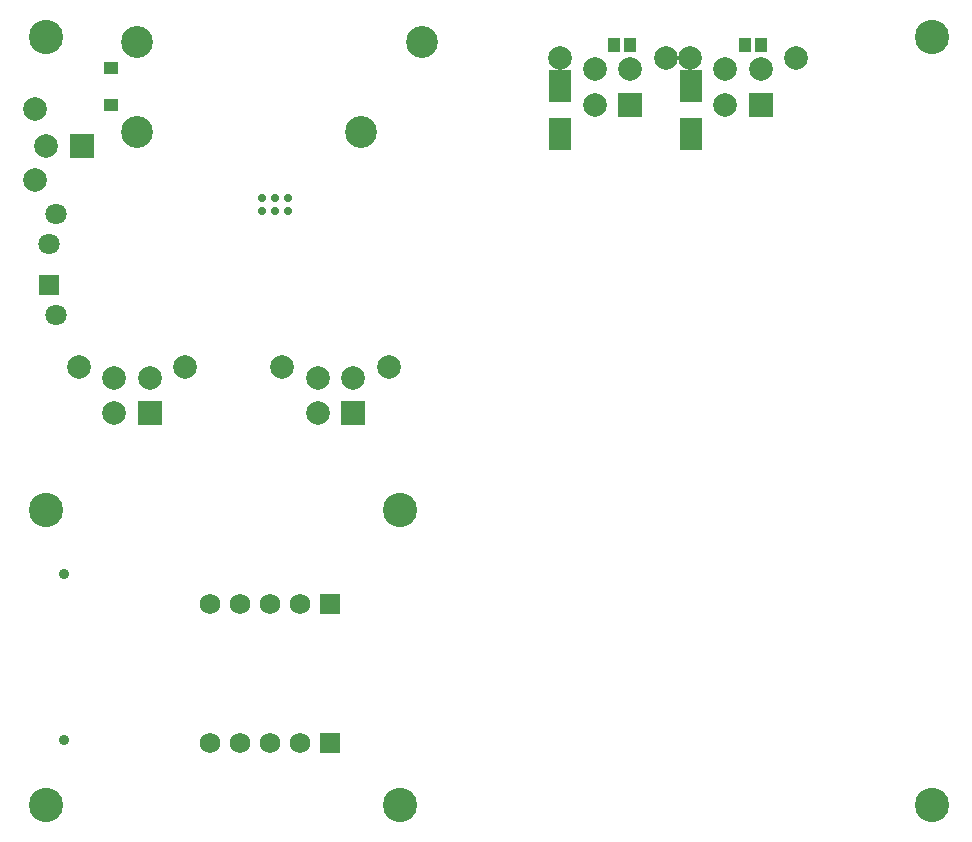
<source format=gbs>
G04*
G04 #@! TF.GenerationSoftware,Altium Limited,Altium Designer,19.0.15 (446)*
G04*
G04 Layer_Color=16711935*
%FSLAX25Y25*%
%MOIN*%
G70*
G01*
G75*
%ADD62R,0.04143X0.04537*%
%ADD86C,0.07887*%
%ADD87R,0.07887X0.07887*%
%ADD88C,0.03556*%
%ADD89C,0.10642*%
%ADD90R,0.07887X0.07887*%
%ADD91R,0.06800X0.06800*%
%ADD92C,0.06800*%
%ADD93C,0.07099*%
%ADD94R,0.07099X0.07099*%
%ADD95C,0.11430*%
%ADD96C,0.02769*%
%ADD119R,0.04540X0.04343*%
%ADD120R,0.07493X0.10642*%
D62*
X199311Y263071D02*
D03*
X204626D02*
D03*
X242717Y263071D02*
D03*
X248031D02*
D03*
D86*
X224410Y258662D02*
D03*
X236221Y254961D02*
D03*
X248031D02*
D03*
X259842Y258662D02*
D03*
X236221Y243150D02*
D03*
X181004Y258662D02*
D03*
X192815Y254961D02*
D03*
X204626D02*
D03*
X216437Y258662D02*
D03*
X192815Y243150D02*
D03*
X20819Y155866D02*
D03*
X32630Y152165D02*
D03*
X44441D02*
D03*
X56252Y155866D02*
D03*
X32630Y140354D02*
D03*
X88628Y155866D02*
D03*
X100439Y152165D02*
D03*
X112250D02*
D03*
X124061Y155866D02*
D03*
X100439Y140354D02*
D03*
X9843Y229606D02*
D03*
X6142Y218189D02*
D03*
Y241811D02*
D03*
D87*
X248031Y243150D02*
D03*
X204626D02*
D03*
X44441Y140354D02*
D03*
X112250D02*
D03*
D88*
X15748Y31299D02*
D03*
Y86811D02*
D03*
D89*
X40112Y234252D02*
D03*
Y264252D02*
D03*
X134994D02*
D03*
X114915Y234252D02*
D03*
D90*
X21654Y229606D02*
D03*
D91*
X104488Y30512D02*
D03*
Y76772D02*
D03*
D92*
X94488Y30512D02*
D03*
X84488D02*
D03*
X74488D02*
D03*
X64488D02*
D03*
X94488Y76772D02*
D03*
X84488D02*
D03*
X74488D02*
D03*
X64488D02*
D03*
D93*
X13273Y206656D02*
D03*
Y173191D02*
D03*
X10792Y196813D02*
D03*
D94*
Y183034D02*
D03*
D95*
X9843Y265748D02*
D03*
X305118D02*
D03*
Y9843D02*
D03*
X9843Y108268D02*
D03*
X127953D02*
D03*
Y9843D02*
D03*
X9843D02*
D03*
D96*
X90512Y212008D02*
D03*
Y207677D02*
D03*
X86181Y212008D02*
D03*
Y207677D02*
D03*
X81850Y212008D02*
D03*
Y207677D02*
D03*
D119*
X31377Y243071D02*
D03*
Y255512D02*
D03*
D120*
X224842Y233543D02*
D03*
Y249291D02*
D03*
X181004Y233543D02*
D03*
Y249291D02*
D03*
M02*

</source>
